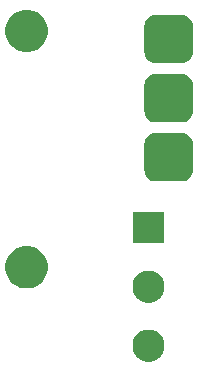
<source format=gbr>
G04 #@! TF.GenerationSoftware,KiCad,Pcbnew,5.1.4*
G04 #@! TF.CreationDate,2020-01-07T14:43:42-05:00*
G04 #@! TF.ProjectId,siot-splice-kit,73696f74-2d73-4706-9c69-63652d6b6974,rev?*
G04 #@! TF.SameCoordinates,Original*
G04 #@! TF.FileFunction,Soldermask,Top*
G04 #@! TF.FilePolarity,Negative*
%FSLAX46Y46*%
G04 Gerber Fmt 4.6, Leading zero omitted, Abs format (unit mm)*
G04 Created by KiCad (PCBNEW 5.1.4) date 2020-01-07 14:43:42*
%MOMM*%
%LPD*%
G04 APERTURE LIST*
%ADD10C,0.100000*%
G04 APERTURE END LIST*
D10*
G36*
X90994072Y-100900918D02*
G01*
X91239939Y-101002759D01*
X91461212Y-101150610D01*
X91649390Y-101338788D01*
X91797241Y-101560061D01*
X91899082Y-101805928D01*
X91951000Y-102066938D01*
X91951000Y-102333062D01*
X91899082Y-102594072D01*
X91797241Y-102839939D01*
X91649390Y-103061212D01*
X91461212Y-103249390D01*
X91239939Y-103397241D01*
X91239938Y-103397242D01*
X91239937Y-103397242D01*
X90994072Y-103499082D01*
X90733063Y-103551000D01*
X90466937Y-103551000D01*
X90205928Y-103499082D01*
X89960063Y-103397242D01*
X89960062Y-103397242D01*
X89960061Y-103397241D01*
X89738788Y-103249390D01*
X89550610Y-103061212D01*
X89402759Y-102839939D01*
X89300918Y-102594072D01*
X89249000Y-102333062D01*
X89249000Y-102066938D01*
X89300918Y-101805928D01*
X89402759Y-101560061D01*
X89550610Y-101338788D01*
X89738788Y-101150610D01*
X89960061Y-101002759D01*
X90205928Y-100900918D01*
X90466937Y-100849000D01*
X90733063Y-100849000D01*
X90994072Y-100900918D01*
X90994072Y-100900918D01*
G37*
G36*
X90994072Y-95900918D02*
G01*
X91239939Y-96002759D01*
X91348550Y-96075331D01*
X91461211Y-96150609D01*
X91649391Y-96338789D01*
X91797242Y-96560063D01*
X91899082Y-96805928D01*
X91927527Y-96948928D01*
X91951000Y-97066938D01*
X91951000Y-97333062D01*
X91899082Y-97594072D01*
X91797241Y-97839939D01*
X91649390Y-98061212D01*
X91461212Y-98249390D01*
X91239939Y-98397241D01*
X91239938Y-98397242D01*
X91239937Y-98397242D01*
X90994072Y-98499082D01*
X90733063Y-98551000D01*
X90466937Y-98551000D01*
X90205928Y-98499082D01*
X89960063Y-98397242D01*
X89960062Y-98397242D01*
X89960061Y-98397241D01*
X89738788Y-98249390D01*
X89550610Y-98061212D01*
X89402759Y-97839939D01*
X89300918Y-97594072D01*
X89249000Y-97333062D01*
X89249000Y-97066938D01*
X89272474Y-96948928D01*
X89300918Y-96805928D01*
X89402758Y-96560063D01*
X89550609Y-96338789D01*
X89738789Y-96150609D01*
X89851450Y-96075331D01*
X89960061Y-96002759D01*
X90205928Y-95900918D01*
X90466937Y-95849000D01*
X90733063Y-95849000D01*
X90994072Y-95900918D01*
X90994072Y-95900918D01*
G37*
G36*
X80805331Y-93818211D02*
G01*
X81133092Y-93953974D01*
X81428070Y-94151072D01*
X81678928Y-94401930D01*
X81876026Y-94696908D01*
X82011789Y-95024669D01*
X82081000Y-95372616D01*
X82081000Y-95727384D01*
X82011789Y-96075331D01*
X81876026Y-96403092D01*
X81678928Y-96698070D01*
X81428070Y-96948928D01*
X81133092Y-97146026D01*
X80805331Y-97281789D01*
X80457384Y-97351000D01*
X80102616Y-97351000D01*
X79754669Y-97281789D01*
X79426908Y-97146026D01*
X79131930Y-96948928D01*
X78881072Y-96698070D01*
X78683974Y-96403092D01*
X78548211Y-96075331D01*
X78479000Y-95727384D01*
X78479000Y-95372616D01*
X78548211Y-95024669D01*
X78683974Y-94696908D01*
X78881072Y-94401930D01*
X79131930Y-94151072D01*
X79426908Y-93953974D01*
X79754669Y-93818211D01*
X80102616Y-93749000D01*
X80457384Y-93749000D01*
X80805331Y-93818211D01*
X80805331Y-93818211D01*
G37*
G36*
X91951000Y-93551000D02*
G01*
X89249000Y-93551000D01*
X89249000Y-90849000D01*
X91951000Y-90849000D01*
X91951000Y-93551000D01*
X91951000Y-93551000D01*
G37*
G36*
X93575752Y-84218097D02*
G01*
X93756295Y-84272864D01*
X93922677Y-84361797D01*
X94068516Y-84481484D01*
X94188203Y-84627323D01*
X94277136Y-84793705D01*
X94331903Y-84974248D01*
X94351000Y-85168140D01*
X94351000Y-87331860D01*
X94331903Y-87525752D01*
X94277136Y-87706295D01*
X94188203Y-87872677D01*
X94068516Y-88018516D01*
X93922677Y-88138203D01*
X93756295Y-88227136D01*
X93575752Y-88281903D01*
X93381860Y-88301000D01*
X91218140Y-88301000D01*
X91024248Y-88281903D01*
X90843705Y-88227136D01*
X90677323Y-88138203D01*
X90531484Y-88018516D01*
X90411797Y-87872677D01*
X90322864Y-87706295D01*
X90268097Y-87525752D01*
X90249000Y-87331860D01*
X90249000Y-85168140D01*
X90268097Y-84974248D01*
X90322864Y-84793705D01*
X90411797Y-84627323D01*
X90531484Y-84481484D01*
X90677323Y-84361797D01*
X90843705Y-84272864D01*
X91024248Y-84218097D01*
X91218140Y-84199000D01*
X93381860Y-84199000D01*
X93575752Y-84218097D01*
X93575752Y-84218097D01*
G37*
G36*
X93575752Y-79218097D02*
G01*
X93756295Y-79272864D01*
X93922677Y-79361797D01*
X94068516Y-79481484D01*
X94188203Y-79627323D01*
X94277136Y-79793705D01*
X94331903Y-79974248D01*
X94351000Y-80168140D01*
X94351000Y-82331860D01*
X94331903Y-82525752D01*
X94277136Y-82706295D01*
X94188203Y-82872677D01*
X94068516Y-83018516D01*
X93922677Y-83138203D01*
X93756295Y-83227136D01*
X93575752Y-83281903D01*
X93381860Y-83301000D01*
X91218140Y-83301000D01*
X91024248Y-83281903D01*
X90843705Y-83227136D01*
X90677323Y-83138203D01*
X90531484Y-83018516D01*
X90411797Y-82872677D01*
X90322864Y-82706295D01*
X90268097Y-82525752D01*
X90249000Y-82331860D01*
X90249000Y-80168140D01*
X90268097Y-79974248D01*
X90322864Y-79793705D01*
X90411797Y-79627323D01*
X90531484Y-79481484D01*
X90677323Y-79361797D01*
X90843705Y-79272864D01*
X91024248Y-79218097D01*
X91218140Y-79199000D01*
X93381860Y-79199000D01*
X93575752Y-79218097D01*
X93575752Y-79218097D01*
G37*
G36*
X93575752Y-74218097D02*
G01*
X93756295Y-74272864D01*
X93922677Y-74361797D01*
X94068516Y-74481484D01*
X94188203Y-74627323D01*
X94277136Y-74793705D01*
X94331903Y-74974248D01*
X94351000Y-75168140D01*
X94351000Y-77331860D01*
X94331903Y-77525752D01*
X94277136Y-77706295D01*
X94188203Y-77872677D01*
X94068516Y-78018516D01*
X93922677Y-78138203D01*
X93756295Y-78227136D01*
X93575752Y-78281903D01*
X93381860Y-78301000D01*
X91218140Y-78301000D01*
X91024248Y-78281903D01*
X90843705Y-78227136D01*
X90677323Y-78138203D01*
X90531484Y-78018516D01*
X90411797Y-77872677D01*
X90322864Y-77706295D01*
X90268097Y-77525752D01*
X90249000Y-77331860D01*
X90249000Y-75168140D01*
X90268097Y-74974248D01*
X90322864Y-74793705D01*
X90411797Y-74627323D01*
X90531484Y-74481484D01*
X90677323Y-74361797D01*
X90843705Y-74272864D01*
X91024248Y-74218097D01*
X91218140Y-74199000D01*
X93381860Y-74199000D01*
X93575752Y-74218097D01*
X93575752Y-74218097D01*
G37*
G36*
X80805331Y-73828211D02*
G01*
X81133092Y-73963974D01*
X81428070Y-74161072D01*
X81678928Y-74411930D01*
X81876026Y-74706908D01*
X82011789Y-75034669D01*
X82081000Y-75382616D01*
X82081000Y-75737384D01*
X82011789Y-76085331D01*
X81876026Y-76413092D01*
X81678928Y-76708070D01*
X81428070Y-76958928D01*
X81133092Y-77156026D01*
X80805331Y-77291789D01*
X80457384Y-77361000D01*
X80102616Y-77361000D01*
X79754669Y-77291789D01*
X79426908Y-77156026D01*
X79131930Y-76958928D01*
X78881072Y-76708070D01*
X78683974Y-76413092D01*
X78548211Y-76085331D01*
X78479000Y-75737384D01*
X78479000Y-75382616D01*
X78548211Y-75034669D01*
X78683974Y-74706908D01*
X78881072Y-74411930D01*
X79131930Y-74161072D01*
X79426908Y-73963974D01*
X79754669Y-73828211D01*
X80102616Y-73759000D01*
X80457384Y-73759000D01*
X80805331Y-73828211D01*
X80805331Y-73828211D01*
G37*
M02*

</source>
